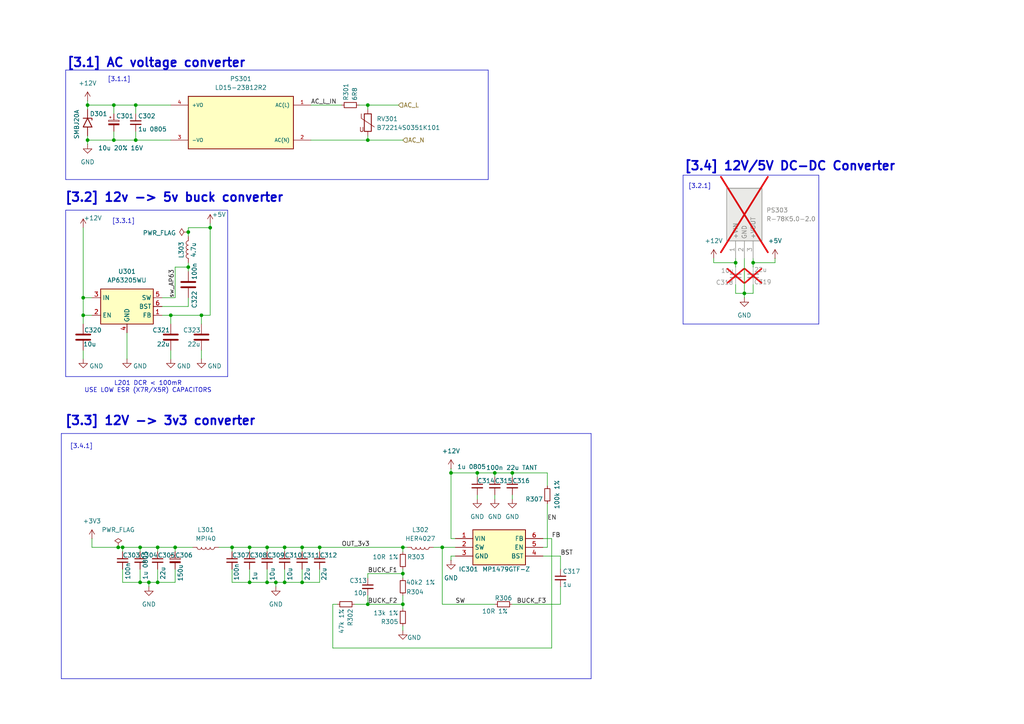
<source format=kicad_sch>
(kicad_sch (version 20231120) (generator "eeschema") (generator_version "8.0")
  (paper "A4")
  (title_block (title "SwitchSystemAddOn") (date "2024-07-25") (rev "3.3") (company "Gridlinx") (comment 1 "Kenan Kosack Henriksen"))
  (lib_symbols
    (symbol "+12V_1" (power) (pin_numbers hide) (pin_names (offset 0) hide)
      (property "Value" "+12V" (at 0 3.556 0))
      (symbol "+12V_1_0_1"
        (polyline (pts (xy -0.762 1.27) (xy 0 2.54)))
        (polyline (pts (xy 0 0) (xy 0 2.54)))
        (polyline (pts (xy 0 2.54) (xy 0.762 1.27)))
      )
      (symbol "+12V_1_1_1"
        (pin power_in line (at 0 0 90) (length 0) (name "~") (number "1"))
      )
    )
    (symbol "+5V_1" (power) (pin_numbers hide) (pin_names (offset 0) hide)
      (property "Value" "+5V" (at 0 3.556 0))
      (symbol "+5V_1_0_1"
        (polyline (pts (xy -0.762 1.27) (xy 0 2.54)))
        (polyline (pts (xy 0 0) (xy 0 2.54)))
        (polyline (pts (xy 0 2.54) (xy 0.762 1.27)))
      )
      (symbol "+5V_1_1_1"
        (pin power_in line (at 0 0 90) (length 0) (name "~") (number "1"))
      )
    )
    (symbol "Device:C" (pin_numbers hide) (pin_names (offset 0.254))
      (property "Reference" "C" (at 0.635 2.54 0))
      (property "Value" "C" (at 0.635 -2.54 0))
      (symbol "C_0_1"
        (polyline (pts (xy -2.032 -0.762) (xy 2.032 -0.762)) (stroke (width 0.508)))
        (polyline (pts (xy -2.032 0.762) (xy 2.032 0.762)) (stroke (width 0.508)))
      )
      (symbol "C_1_1"
        (pin passive line (at 0 3.81 270) (length 2.794) (name "~") (number "1"))
        (pin passive line (at 0 -3.81 90) (length 2.794) (name "~") (number "2"))
      )
    )
    (symbol "Device:C_Polarized_Small" (pin_numbers hide) (pin_names (offset 0.254) hide)
      (property "Reference" "C" (at 0.254 1.778 0))
      (property "Value" "C_Polarized_Small" (at 0.254 -2.032 0))
      (symbol "C_Polarized_Small_0_1"
        (rectangle (start -1.524 -0.3048) (end 1.524 -0.6858) (fill (type outline)))
        (rectangle (start -1.524 0.6858) (end 1.524 0.3048))
        (polyline (pts (xy -1.27 1.524) (xy -0.762 1.524)))
        (polyline (pts (xy -1.016 1.27) (xy -1.016 1.778)))
      )
      (symbol "C_Polarized_Small_1_1"
        (pin passive line (at 0 2.54 270) (length 1.8542) (name "~") (number "1"))
        (pin passive line (at 0 -2.54 90) (length 1.8542) (name "~") (number "2"))
      )
    )
    (symbol "Device:C_Small" (pin_numbers hide) (pin_names (offset 0.254) hide)
      (property "Reference" "C" (at 0.254 1.778 0))
      (property "Value" "C_Small" (at 0.254 -2.032 0))
      (symbol "C_Small_0_1"
        (polyline (pts (xy -1.524 -0.508) (xy 1.524 -0.508)) (stroke (width 0.3302)))
        (polyline (pts (xy -1.524 0.508) (xy 1.524 0.508)) (stroke (width 0.3048)))
      )
      (symbol "C_Small_1_1"
        (pin passive line (at 0 2.54 270) (length 2.032) (name "~") (number "1"))
        (pin passive line (at 0 -2.54 90) (length 2.032) (name "~") (number "2"))
      )
    )
    (symbol "Device:L" (pin_numbers hide) (pin_names (offset 1.016) hide)
      (property "Reference" "L" (at -1.27 0 90))
      (property "Value" "L" (at 1.905 0 90))
      (symbol "L_0_1"
        (arc (start 0 -2.54) (mid 0.6323 -1.905) (end 0 -1.27))
        (arc (start 0 -1.27) (mid 0.6323 -0.635) (end 0 0))
        (arc (start 0 0) (mid 0.6323 0.635) (end 0 1.27))
        (arc (start 0 1.27) (mid 0.6323 1.905) (end 0 2.54))
      )
      (symbol "L_1_1"
        (pin passive line (at 0 3.81 270) (length 1.27) (name "1") (number "1"))
        (pin passive line (at 0 -3.81 90) (length 1.27) (name "2") (number "2"))
      )
    )
    (symbol "Device:R_Small" (pin_numbers hide) (pin_names (offset 0.254) hide)
      (property "Reference" "R" (at 0.762 0.508 0))
      (property "Value" "R_Small" (at 0.762 -1.016 0))
      (symbol "R_Small_0_1"
        (rectangle (start -0.762 1.778) (end 0.762 -1.778) (stroke (width 0.2032)))
      )
      (symbol "R_Small_1_1"
        (pin passive line (at 0 2.54 270) (length 0.762) (name "~") (number "1"))
        (pin passive line (at 0 -2.54 90) (length 0.762) (name "~") (number "2"))
      )
    )
    (symbol "Device:Varistor" (pin_numbers hide) (pin_names (offset 0))
      (property "Reference" "RV" (at 3.175 0 90))
      (property "Value" "Varistor" (at -3.175 0 90))
      (symbol "Varistor_0_0"
        (text "U" (at -1.778 -2.032 0) (effects (font (size 1.27 1.27))))
      )
      (symbol "Varistor_0_1"
        (rectangle (start -1.016 -2.54) (end 1.016 2.54) (stroke (width 0.254)))
        (polyline (pts (xy -1.905 2.54) (xy -1.905 1.27) (xy 1.905 -1.27)))
      )
      (symbol "Varistor_1_1"
        (pin passive line (at 0 3.81 270) (length 1.27) (name "~") (number "1"))
        (pin passive line (at 0 -3.81 90) (length 1.27) (name "~") (number "2"))
      )
    )
    (symbol "Diode:1.5KExxA" (pin_numbers hide) (pin_names (offset 1.016) hide)
      (property "Reference" "D" (at 0 2.54 0))
      (property "Value" "1.5KExxA" (at 0 -2.54 0))
      (symbol "1.5KExxA_0_1"
        (polyline (pts (xy -0.762 1.27) (xy -1.27 1.27) (xy -1.27 -1.27)) (stroke (width 0.254)))
        (polyline (pts (xy 1.27 1.27) (xy 1.27 -1.27) (xy -1.27 0) (xy 1.27 1.27)) (stroke (width 0.254)))
      )
      (symbol "1.5KExxA_1_1"
        (pin passive line (at -3.81 0 0) (length 2.54) (name "A1") (number "1"))
        (pin passive line (at 3.81 0 180) (length 2.54) (name "A2") (number "2"))
      )
    )
    (symbol "GND_1" (power) (pin_numbers hide) (pin_names (offset 0) hide)
      (property "Value" "GND" (at 0 -3.81 0))
      (symbol "GND_1_0_1"
        (polyline (pts (xy 0 0) (xy 0 -1.27) (xy 1.27 -1.27) (xy 0 -2.54) (xy -1.27 -1.27) (xy 0 -1.27)))
      )
      (symbol "GND_1_1_1"
        (pin power_in line (at 0 0 270) (length 0) (name "~") (number "1"))
      )
    )
    (symbol "LD15-23B12R2:LD15-23B12R2" (pin_names (offset 1.016))
      (property "Reference" "PS3" (at 0 12.7 0))
      (property "Value" "LD15-23B12R2" (at 0 10.16 0))
      (symbol "LD15-23B12R2_0_0"
        (rectangle (start -15.24 -7.62) (end 15.24 7.62) (stroke (width 0.254)) (fill (type background)))
        (pin input line (at -20.32 5.08 0) (length 5.08) (name "AC(L)") (number "1"))
        (pin input line (at -20.32 -5.08 0) (length 5.08) (name "AC(N)") (number "2"))
      )
      (symbol "LD15-23B12R2_1_0"
        (pin power_out line (at 20.32 -5.08 180) (length 5.08) (name "-VO") (number "3"))
        (pin power_out line (at 20.32 5.08 180) (length 5.08) (name "+VO") (number "4"))
      )
    )
    (symbol "MP1479GTF-Z:MP1479GTF-Z"
      (property "Reference" "IC" (at 21.59 7.62 0))
      (property "Value" "MP1479GTF-Z" (at 21.59 5.08 0))
      (symbol "MP1479GTF-Z_1_1"
        (rectangle (start 5.08 2.54) (end 20.32 -7.62) (stroke (width 0.254)) (fill (type background)))
        (pin passive line (at 0 0 0) (length 5.08) (name "VIN") (number "1"))
        (pin passive line (at 0 -2.54 0) (length 5.08) (name "SW") (number "2"))
        (pin passive line (at 0 -5.08 0) (length 5.08) (name "GND") (number "3"))
        (pin passive line (at 25.4 -5.08 180) (length 5.08) (name "BST") (number "4"))
        (pin passive line (at 25.4 -2.54 180) (length 5.08) (name "EN") (number "5"))
        (pin passive line (at 25.4 0 180) (length 5.08) (name "FB") (number "6"))
      )
    )
    (symbol "R-78K5_0-2_0:R-78K5.0-2.0"
      (property "Reference" "PS" (at 21.59 7.62 0))
      (property "Value" "R-78K5.0-2.0" (at 21.59 5.08 0))
      (symbol "R-78K5.0-2.0_1_1"
        (rectangle (start 5.08 2.54) (end 20.32 -7.62) (stroke (width 0.254)) (fill (type background)))
        (pin passive line (at 0 0 0) (length 5.08) (name "+VIN") (number "1"))
        (pin passive line (at 0 -2.54 0) (length 5.08) (name "GND") (number "2"))
        (pin passive line (at 0 -5.08 0) (length 5.08) (name "+VOUT") (number "3"))
      )
    )
    (symbol "Regulator_Switching:AP63205WU"
      (property "Reference" "U" (at -7.62 6.35 0))
      (property "Value" "AP63205WU" (at 2.54 6.35 0))
      (symbol "AP63205WU_0_1"
        (rectangle (start -7.62 5.08) (end 7.62 -5.08) (stroke (width 0.254)) (fill (type background)))
      )
      (symbol "AP63205WU_1_1"
        (pin input line (at 10.16 -2.54 180) (length 2.54) (name "FB") (number "1"))
        (pin input line (at -10.16 -2.54 0) (length 2.54) (name "EN") (number "2"))
        (pin power_in line (at -10.16 2.54 0) (length 2.54) (name "IN") (number "3"))
        (pin power_in line (at 0 -7.62 90) (length 2.54) (name "GND") (number "4"))
        (pin output line (at 10.16 2.54 180) (length 2.54) (name "SW") (number "5"))
        (pin passive line (at 10.16 0 180) (length 2.54) (name "BST") (number "6"))
      )
    )
    (symbol "power:+3V3" (power) (pin_numbers hide) (pin_names (offset 0) hide)
      (property "Value" "+3V3" (at 0 3.556 0))
      (symbol "+3V3_0_1"
        (polyline (pts (xy -0.762 1.27) (xy 0 2.54)))
        (polyline (pts (xy 0 0) (xy 0 2.54)))
        (polyline (pts (xy 0 2.54) (xy 0.762 1.27)))
      )
      (symbol "+3V3_1_1"
        (pin power_in line (at 0 0 90) (length 0) (name "~") (number "1"))
      )
    )
    (symbol "power:PWR_FLAG" (power) (pin_numbers hide) (pin_names (offset 0) hide)
      (property "Value" "PWR_FLAG" (at 0 3.81 0))
      (symbol "PWR_FLAG_0_0"
        (pin power_out line (at 0 0 90) (length 0) (name "~") (number "1"))
      )
      (symbol "PWR_FLAG_0_1"
        (polyline (pts (xy 0 0) (xy 0 1.27) (xy -1.016 1.905) (xy 0 2.54) (xy 1.016 1.905) (xy 0 1.27)))
      )
    )
  )
  (junction (at 33.02 30.48))
  (junction (at 40.64 168.91))
  (junction (at 87.63 158.75))
  (junction (at 39.37 30.48))
  (junction (at 43.18 168.91))
  (junction (at 33.02 40.64))
  (junction (at 49.53 91.44))
  (junction (at 82.55 168.91))
  (junction (at 92.71 158.75))
  (junction (at 215.9 85.09))
  (junction (at 106.68 30.48))
  (junction (at 128.27 158.75))
  (junction (at 77.47 168.91))
  (junction (at 87.63 168.91))
  (junction (at 25.4 40.64))
  (junction (at 130.81 137.16))
  (junction (at 72.39 158.75))
  (junction (at 45.72 168.91))
  (junction (at 218.44 76.2))
  (junction (at 106.68 40.64))
  (junction (at 116.84 158.75))
  (junction (at 54.61 67.31))
  (junction (at 60.96 66.04))
  (junction (at 50.8 158.75))
  (junction (at 24.13 91.44))
  (junction (at 116.84 166.37))
  (junction (at 77.47 158.75))
  (junction (at 45.72 158.75))
  (junction (at 106.68 175.26))
  (junction (at 213.36 76.2))
  (junction (at 24.13 86.36))
  (junction (at 54.61 77.47))
  (junction (at 67.31 158.75))
  (junction (at 35.56 158.75))
  (junction (at 40.64 158.75))
  (junction (at 143.51 137.16))
  (junction (at 116.84 175.26))
  (junction (at 138.43 137.16))
  (junction (at 25.4 30.48))
  (junction (at 82.55 158.75))
  (junction (at 39.37 40.64))
  (junction (at 58.42 91.44))
  (junction (at 34.29 158.75))
  (junction (at 72.39 168.91))
  (junction (at 80.01 168.91))
  (junction (at 148.59 137.16))
  (wire (pts (xy 77.47 168.91) (xy 80.01 168.91)))
  (wire (pts (xy 106.68 31.75) (xy 106.68 30.48)))
  (wire (pts (xy 72.39 165.1) (xy 72.39 168.91)))
  (wire (pts (xy 148.59 175.26) (xy 162.56 175.26)))
  (wire (pts (xy 87.63 160.02) (xy 87.63 158.75)))
  (wire (pts (xy 40.64 168.91) (xy 43.18 168.91)))
  (wire (pts (xy 39.37 40.64) (xy 49.53 40.64)))
  (wire (pts (xy 24.13 101.6) (xy 24.13 104.14)))
  (wire (pts (xy 128.27 158.75) (xy 132.08 158.75)))
  (wire (pts (xy 138.43 143.51) (xy 138.43 144.78)))
  (wire (pts (xy 82.55 165.1) (xy 82.55 168.91)))
  (wire (pts (xy 130.81 156.21) (xy 132.08 156.21)))
  (wire (pts (xy 45.72 158.75) (xy 45.72 160.02)))
  (wire (pts (xy 104.14 30.48) (xy 106.68 30.48)))
  (wire (pts (xy 60.96 66.04) (xy 60.96 91.44)))
  (wire (pts (xy 45.72 168.91) (xy 43.18 168.91)))
  (wire (pts (xy 54.61 76.2) (xy 54.61 77.47)))
  (wire (pts (xy 25.4 31.75) (xy 25.4 30.48)))
  (wire (pts (xy 34.29 158.75) (xy 35.56 158.75)))
  (wire (pts (xy 213.36 74.93) (xy 213.36 76.2)))
  (wire (pts (xy 46.99 91.44) (xy 49.53 91.44)))
  (wire (pts (xy 106.68 40.64) (xy 106.68 39.37)))
  (wire (pts (xy 213.36 82.55) (xy 213.36 85.09)))
  (wire (pts (xy 82.55 168.91) (xy 80.01 168.91)))
  (polyline (pts (xy 17.78 125.73) (xy 171.45 125.73)))
  (wire (pts (xy 35.56 158.75) (xy 40.64 158.75)))
  (wire (pts (xy 67.31 160.02) (xy 67.31 158.75)))
  (wire (pts (xy 218.44 74.93) (xy 218.44 76.2)))
  (wire (pts (xy 54.61 77.47) (xy 54.61 78.74)))
  (wire (pts (xy 24.13 93.98) (xy 24.13 91.44)))
  (wire (pts (xy 46.99 86.36) (xy 50.8 86.36)))
  (wire (pts (xy 96.52 187.96) (xy 96.52 175.26)))
  (wire (pts (xy 40.64 158.75) (xy 40.64 160.02)))
  (wire (pts (xy 87.63 168.91) (xy 82.55 168.91)))
  (polyline (pts (xy 17.78 125.73) (xy 17.78 196.85)))
  (wire (pts (xy 72.39 168.91) (xy 77.47 168.91)))
  (wire (pts (xy 157.48 158.75) (xy 158.75 158.75)))
  (wire (pts (xy 35.56 158.75) (xy 35.56 160.02)))
  (wire (pts (xy 106.68 40.64) (xy 116.84 40.64)))
  (wire (pts (xy 130.81 161.29) (xy 130.81 162.56)))
  (wire (pts (xy 218.44 76.2) (xy 224.79 76.2)))
  (wire (pts (xy 40.64 158.75) (xy 45.72 158.75)))
  (wire (pts (xy 46.99 88.9) (xy 54.61 88.9)))
  (wire (pts (xy 102.87 175.26) (xy 106.68 175.26)))
  (wire (pts (xy 67.31 165.1) (xy 67.31 168.91)))
  (wire (pts (xy 33.02 30.48) (xy 39.37 30.48)))
  (wire (pts (xy 58.42 91.44) (xy 58.42 93.98)))
  (wire (pts (xy 25.4 30.48) (xy 33.02 30.48)))
  (wire (pts (xy 39.37 30.48) (xy 49.53 30.48)))
  (wire (pts (xy 54.61 66.04) (xy 54.61 67.31)))
  (wire (pts (xy 67.31 168.91) (xy 72.39 168.91)))
  (wire (pts (xy 148.59 137.16) (xy 148.59 138.43)))
  (polyline (pts (xy 19.05 60.96) (xy 66.04 60.96)))
  (wire (pts (xy 33.02 40.64) (xy 39.37 40.64)))
  (wire (pts (xy 138.43 137.16) (xy 143.51 137.16)))
  (wire (pts (xy 35.56 168.91) (xy 40.64 168.91)))
  (wire (pts (xy 116.84 158.75) (xy 116.84 160.02)))
  (polyline (pts (xy 198.12 50.8) (xy 198.12 93.98)))
  (wire (pts (xy 26.67 158.75) (xy 34.29 158.75)))
  (wire (pts (xy 116.84 175.26) (xy 116.84 176.53)))
  (wire (pts (xy 49.53 101.6) (xy 49.53 104.14)))
  (wire (pts (xy 92.71 160.02) (xy 92.71 158.75)))
  (wire (pts (xy 157.48 156.21) (xy 160.02 156.21)))
  (wire (pts (xy 72.39 160.02) (xy 72.39 158.75)))
  (wire (pts (xy 218.44 76.2) (xy 218.44 77.47)))
  (wire (pts (xy 213.36 85.09) (xy 215.9 85.09)))
  (wire (pts (xy 160.02 187.96) (xy 96.52 187.96)))
  (wire (pts (xy 49.53 91.44) (xy 58.42 91.44)))
  (wire (pts (xy 106.68 30.48) (xy 115.57 30.48)))
  (wire (pts (xy 36.83 96.52) (xy 36.83 104.14)))
  (wire (pts (xy 80.01 168.91) (xy 80.01 170.18)))
  (wire (pts (xy 106.68 175.26) (xy 116.84 175.26)))
  (wire (pts (xy 130.81 137.16) (xy 130.81 156.21)))
  (wire (pts (xy 54.61 66.04) (xy 60.96 66.04)))
  (wire (pts (xy 24.13 86.36) (xy 26.67 86.36)))
  (wire (pts (xy 96.52 175.26) (xy 97.79 175.26)))
  (wire (pts (xy 40.64 165.1) (xy 40.64 168.91)))
  (polyline (pts (xy 17.78 196.85) (xy 171.45 196.85)))
  (wire (pts (xy 90.17 40.64) (xy 106.68 40.64)))
  (wire (pts (xy 72.39 158.75) (xy 77.47 158.75)))
  (wire (pts (xy 45.72 165.1) (xy 45.72 168.91)))
  (wire (pts (xy 158.75 137.16) (xy 158.75 140.97)))
  (wire (pts (xy 26.67 156.21) (xy 26.67 158.75)))
  (wire (pts (xy 116.84 172.72) (xy 116.84 175.26)))
  (wire (pts (xy 24.13 91.44) (xy 24.13 86.36)))
  (wire (pts (xy 215.9 74.93) (xy 215.9 85.09)))
  (wire (pts (xy 224.79 74.93) (xy 224.79 76.2)))
  (wire (pts (xy 158.75 146.05) (xy 158.75 158.75)))
  (wire (pts (xy 143.51 175.26) (xy 128.27 175.26)))
  (wire (pts (xy 77.47 158.75) (xy 82.55 158.75)))
  (wire (pts (xy 25.4 40.64) (xy 33.02 40.64)))
  (wire (pts (xy 49.53 91.44) (xy 49.53 93.98)))
  (wire (pts (xy 60.96 64.77) (xy 60.96 66.04)))
  (wire (pts (xy 25.4 29.21) (xy 25.4 30.48)))
  (wire (pts (xy 87.63 158.75) (xy 92.71 158.75)))
  (wire (pts (xy 138.43 137.16) (xy 138.43 138.43)))
  (wire (pts (xy 148.59 137.16) (xy 158.75 137.16)))
  (wire (pts (xy 54.61 67.31) (xy 54.61 68.58)))
  (polyline (pts (xy 237.49 93.98) (xy 237.49 50.8)))
  (wire (pts (xy 58.42 101.6) (xy 58.42 104.14)))
  (polyline (pts (xy 19.05 109.22) (xy 66.04 109.22)))
  (wire (pts (xy 215.9 85.09) (xy 215.9 86.36)))
  (wire (pts (xy 162.56 161.29) (xy 162.56 165.1)))
  (wire (pts (xy 24.13 91.44) (xy 26.67 91.44)))
  (wire (pts (xy 54.61 86.36) (xy 54.61 88.9)))
  (polyline (pts (xy 19.05 52.07) (xy 141.605 52.07)))
  (wire (pts (xy 218.44 82.55) (xy 218.44 85.09)))
  (polyline (pts (xy 19.05 60.96) (xy 19.05 109.22)))
  (wire (pts (xy 130.81 135.89) (xy 130.81 137.16)))
  (wire (pts (xy 116.84 181.61) (xy 116.84 182.88)))
  (wire (pts (xy 67.31 158.75) (xy 72.39 158.75)))
  (wire (pts (xy 213.36 76.2) (xy 207.01 76.2)))
  (wire (pts (xy 92.71 158.75) (xy 116.84 158.75)))
  (wire (pts (xy 87.63 165.1) (xy 87.63 168.91)))
  (wire (pts (xy 128.27 175.26) (xy 128.27 158.75)))
  (wire (pts (xy 55.88 158.75) (xy 50.8 158.75)))
  (wire (pts (xy 118.11 158.75) (xy 116.84 158.75)))
  (wire (pts (xy 39.37 38.1) (xy 39.37 40.64)))
  (wire (pts (xy 50.8 168.91) (xy 45.72 168.91)))
  (wire (pts (xy 116.84 166.37) (xy 106.68 166.37)))
  (wire (pts (xy 143.51 143.51) (xy 143.51 144.78)))
  (wire (pts (xy 82.55 160.02) (xy 82.55 158.75)))
  (wire (pts (xy 50.8 77.47) (xy 50.8 86.36)))
  (wire (pts (xy 35.56 165.1) (xy 35.56 168.91)))
  (wire (pts (xy 92.71 165.1) (xy 92.71 168.91)))
  (wire (pts (xy 92.71 168.91) (xy 87.63 168.91)))
  (wire (pts (xy 43.18 168.91) (xy 43.18 170.18)))
  (wire (pts (xy 148.59 143.51) (xy 148.59 144.78)))
  (wire (pts (xy 25.4 41.91) (xy 25.4 40.64)))
  (wire (pts (xy 106.68 166.37) (xy 106.68 167.64)))
  (wire (pts (xy 106.68 172.72) (xy 106.68 175.26)))
  (wire (pts (xy 45.72 158.75) (xy 50.8 158.75)))
  (polyline (pts (xy 198.12 93.98) (xy 237.49 93.98)))
  (polyline (pts (xy 19.05 20.32) (xy 19.05 52.07)))
  (wire (pts (xy 39.37 33.02) (xy 39.37 30.48)))
  (wire (pts (xy 143.51 137.16) (xy 148.59 137.16)))
  (wire (pts (xy 116.84 166.37) (xy 116.84 167.64)))
  (wire (pts (xy 160.02 156.21) (xy 160.02 187.96)))
  (wire (pts (xy 77.47 165.1) (xy 77.47 168.91)))
  (wire (pts (xy 125.73 158.75) (xy 128.27 158.75)))
  (wire (pts (xy 63.5 158.75) (xy 67.31 158.75)))
  (wire (pts (xy 207.01 76.2) (xy 207.01 74.93)))
  (wire (pts (xy 24.13 66.04) (xy 24.13 86.36)))
  (wire (pts (xy 77.47 160.02) (xy 77.47 158.75)))
  (wire (pts (xy 218.44 85.09) (xy 215.9 85.09)))
  (wire (pts (xy 162.56 175.26) (xy 162.56 170.18)))
  (wire (pts (xy 50.8 165.1) (xy 50.8 168.91)))
  (wire (pts (xy 33.02 38.1) (xy 33.02 40.64)))
  (polyline (pts (xy 66.04 109.22) (xy 66.04 60.96)))
  (wire (pts (xy 116.84 165.1) (xy 116.84 166.37)))
  (wire (pts (xy 60.96 91.44) (xy 58.42 91.44)))
  (wire (pts (xy 90.17 30.48) (xy 99.06 30.48)))
  (wire (pts (xy 50.8 77.47) (xy 54.61 77.47)))
  (polyline (pts (xy 171.45 196.85) (xy 171.45 125.73)))
  (wire (pts (xy 25.4 39.37) (xy 25.4 40.64)))
  (wire (pts (xy 143.51 137.16) (xy 143.51 138.43)))
  (polyline (pts (xy 198.12 50.8) (xy 237.49 50.8)))
  (polyline (pts (xy 141.605 20.32) (xy 19.05 20.32)))
  (polyline (pts (xy 141.605 52.07) (xy 141.605 20.32)))
  (wire (pts (xy 157.48 161.29) (xy 162.56 161.29)))
  (wire (pts (xy 82.55 158.75) (xy 87.63 158.75)))
  (wire (pts (xy 130.81 137.16) (xy 138.43 137.16)))
  (wire (pts (xy 33.02 30.48) (xy 33.02 33.02)))
  (wire (pts (xy 132.08 161.29) (xy 130.81 161.29)))
  (wire (pts (xy 50.8 158.75) (xy 50.8 160.02)))
  (wire (pts (xy 213.36 76.2) (xy 213.36 77.47)))
  (text "[3.2] 12v -> 5v buck converter" (at 50.546 57.404 0) (effects (font (size 2.54 2.54) (thickness 0.508) (bold yes))))
  (text "[3.1.1]" (at 34.544 23.114 0) (effects (font (size 1.27 1.27))))
  (text "[3.2.1]" (at 202.946 54.102 0) (effects (font (size 1.27 1.27))))
  (text "L201 DCR < 100mR\nUSE LOW ESR (X7R/X5R) CAPACITORS" (at 42.926 112.268 0) (effects (font (size 1.27 1.27))))
  (text "[3.3] 12V -> 3v3 converter" (at 46.482 122.174 0) (effects (font (size 2.54 2.54) (thickness 0.508) (bold yes))))
  (text "[3.4.1]" (at 23.622 129.54 0) (effects (font (size 1.27 1.27))))
  (text "[3.4] 12V/5V DC-DC Converter" (at 198.374 49.784 0) (effects (font (size 2.54 2.54) (thickness 0.508) (bold yes)) (justify left bottom)))
  (text "[3.3.1]" (at 35.814 64.262 0) (effects (font (size 1.27 1.27))))
  (text "[3.1] AC voltage converter" (at 19.304 19.812 0) (effects (font (size 2.54 2.54) (thickness 0.508) (bold yes)) (justify left bottom)))
  (label "BUCK_F3" (at 149.86 175.26 0))
  (label "OUT_3v3" (at 99.06 158.75 0))
  (label "BUCK_F1" (at 106.68 166.37 0))
  (label "AC_L_IN" (at 90.17 30.48 0))
  (label "SW" (at 132.08 175.26 0))
  (label "BST" (at 162.56 161.29 0))
  (label "BUCK_F2" (at 106.68 175.26 0))
  (label "EN" (at 158.75 151.13 0))
  (label "FB" (at 160.02 156.21 0))
  (label "sw_AP63" (at 50.8 86.36 90))
  (hierarchical_label "AC_N" (shape input) (at 116.84 40.64 0))
  (hierarchical_label "AC_L" (shape input) (at 115.57 30.48 0))
  (symbol (lib_id "Device:C_Small") (at 39.37 35.56 0) (unit 1)
    (property "Reference" "C302" (at 40.005 33.655 0) (effects (justify left)))
    (property "Value" "1u 0805" (at 40.005 37.465 0) (effects (justify left)))
    (property "Footprint" "Capacitor_SMD:C_0805_2012Metric" (effects (hide yes)))
    (property "Description" "1u X7R 25V 0805" (effects (hide yes)))
    (property "Supplier link" "~ " (effects (hide yes)))
    (property "Generic" "Yes" (effects (hide yes)))
  )
  (symbol (lib_id "Device:R_Small") (at 146.05 175.26 90) (unit 1)
    (property "Reference" "R306" (at 148.59 173.482 90) (effects (justify left)))
    (property "Value" "10R 1%" (at 147.32 177.292 90) (effects (justify left)))
    (property "Footprint" "Resistor_SMD:R_0402_1005Metric" (effects (hide yes)))
    (property "Description" "10 OHM 1% 1/16W 0402" (effects (hide yes)))
    (property "Supplier link" "~ " (effects (hide yes)))
    (property "Generic" "Yes" (effects (hide yes)))
    (property "Manufacturer_Name" "~ " (effects (hide yes)))
    (property "Manufacturer_Part_Number" "~ " (effects (hide yes)))
  )
  (symbol (lib_id "Device:C_Small") (at 72.39 162.56 0) (unit 1)
    (property "Reference" "C308" (at 72.39 161.036 0) (effects (justify left)))
    (property "Value" "1u" (at 73.914 168.402 90) (effects (justify left)))
    (property "Footprint" "Capacitor_SMD:C_0402_1005Metric" (effects (hide yes)))
    (property "Description" "1u 25V X7R 0402" (effects (hide yes)))
    (property "Supplier link" "~ " (effects (hide yes)))
    (property "Generic" "Yes" (effects (hide yes)))
  )
  (symbol (lib_id "Device:C_Small") (at 35.56 162.56 0) (unit 1)
    (property "Reference" "C303" (at 35.56 161.036 0) (effects (justify left)))
    (property "Value" "100n" (at 37.084 168.148 90) (effects (justify left)))
    (property "Footprint" "Capacitor_SMD:C_0402_1005Metric" (effects (hide yes)))
    (property "Description" "100n X7R 25V 0402" (effects (hide yes)))
    (property "Generic" "Yes" (effects (hide yes)))
    (property "Supplier link" "~ " (effects (hide yes)))
  )
  (symbol (lib_name "GND_1") (lib_id "power:GND") (at 148.59 144.78 0) (unit 1)
    (property "Reference" "#PWR0311" (effects (hide yes)))
    (property "Value" "GND" (at 148.59 149.86 0))
    (property "Description" "Power symbol creates a global label with name \"GND\" , ground" (effects (hide yes)))
  )
  (symbol (lib_name "GND_1") (lib_id "power:GND") (at 58.42 104.14 0) (unit 1)
    (property "Reference" "#PWR0319" (effects (hide yes)))
    (property "Value" "GND" (at 62.23 106.172 0))
    (property "Description" "Power symbol creates a global label with name \"GND\" , ground" (effects (hide yes)))
  )
  (symbol (lib_id "Device:C_Small") (at 218.44 80.01 180) (unit 1) (dnp yes)
    (property "Reference" "C319" (at 223.774 81.788 0) (effects (justify left)))
    (property "Value" "22u" (at 222.504 78.232 0) (effects (justify left)))
    (property "Footprint" "Capacitor_SMD:C_0805_2012Metric" (effects (hide yes)))
    (property "Description" "22u X5R 16V 0805" (effects (hide yes)))
    (property "Supplier link" "~ " (effects (hide yes)))
    (property "Generic" "Yes" (effects (hide yes)))
  )
  (symbol (lib_id "Device:C_Small") (at 87.63 162.56 0) (unit 1)
    (property "Reference" "C311" (at 87.63 161.036 0) (effects (justify left)))
    (property "Value" "22u" (at 89.154 168.402 90) (effects (justify left)))
    (property "Footprint" "Capacitor_SMD:C_0805_2012Metric" (effects (hide yes)))
    (property "Description" "22u X5R 16V 0805" (effects (hide yes)))
    (property "Supplier link" "~ " (effects (hide yes)))
    (property "Generic" "Yes" (effects (hide yes)))
  )
  (symbol (lib_name "GND_1") (lib_id "power:GND") (at 24.13 104.14 0) (unit 1)
    (property "Reference" "#PWR0316" (effects (hide yes)))
    (property "Value" "GND" (at 27.94 106.172 0))
    (property "Description" "Power symbol creates a global label with name \"GND\" , ground" (effects (hide yes)))
  )
  (symbol (lib_name "+12V_1") (lib_id "power:+12V") (at 24.13 66.04 0) (unit 1)
    (property "Reference" "#PWR0315" (effects (hide yes)))
    (property "Value" "+12V" (at 26.924 63.246 0))
    (property "Description" "Power symbol creates a global label with name \"+12V\"" (effects (hide yes)))
  )
  (symbol (lib_name "GND_1") (lib_id "power:GND") (at 80.01 170.18 0) (unit 1)
    (property "Reference" "#PWR0305" (effects (hide yes)))
    (property "Value" "GND" (at 80.01 175.26 0))
    (property "Description" "Power symbol creates a global label with name \"GND\" , ground" (effects (hide yes)))
  )
  (symbol (lib_id "Device:R_Small") (at 116.84 162.56 180) (unit 1)
    (property "Reference" "R303" (at 123.19 161.544 0) (effects (justify left)))
    (property "Value" "10R 1%" (at 115.57 161.544 0) (effects (justify left)))
    (property "Footprint" "Resistor_SMD:R_0402_1005Metric" (effects (hide yes)))
    (property "Description" "10 OHM 1% 1/16W 0402" (effects (hide yes)))
    (property "Supplier link" "~ " (effects (hide yes)))
    (property "Generic" "Yes" (effects (hide yes)))
    (property "Manufacturer_Name" "~ " (effects (hide yes)))
    (property "Manufacturer_Part_Number" "~ " (effects (hide yes)))
  )
  (symbol (lib_name "GND_1") (lib_id "power:GND") (at 116.84 182.88 0) (unit 1)
    (property "Reference" "#PWR0306" (effects (hide yes)))
    (property "Value" "GND" (at 120.142 184.912 0))
    (property "Description" "Power symbol creates a global label with name \"GND\" , ground" (effects (hide yes)))
  )
  (symbol (lib_id "Device:L") (at 121.92 158.75 270) (unit 1)
    (property "Reference" "L302" (at 121.92 153.67 90))
    (property "Value" "HER4027" (at 121.92 156.21 90))
    (property "Footprint" "HER4027-100M:HER4027-100M" (effects (hide yes)))
    (property "Description" "HER4027-100M-R" (effects (hide yes)))
    (property "Supplier link" "https://www.codico.com/en/her4027-100m-r" (effects (hide yes)))
    (property "Generic" "No" (effects (hide yes)))
    (property "Manufacturer_Name" "SAGAMI" (effects (hide yes)))
    (property "Manufacturer_Part_Number" "269533" (effects (hide yes)))
  )
  (symbol (lib_name "GND_1") (lib_id "power:GND") (at 36.83 104.14 0) (unit 1)
    (property "Reference" "#PWR0317" (effects (hide yes)))
    (property "Value" "GND" (at 40.64 106.172 0))
    (property "Description" "Power symbol creates a global label with name \"GND\" , ground" (effects (hide yes)))
  )
  (symbol (lib_id "Device:C_Small") (at 40.64 162.56 0) (unit 1)
    (property "Reference" "C304" (at 40.64 161.036 0) (effects (justify left)))
    (property "Value" "1u 0805" (at 42.164 168.148 90) (effects (justify left)))
    (property "Footprint" "Capacitor_SMD:C_0805_2012Metric" (effects (hide yes)))
    (property "Description" "1u X7R 25V 0805" (effects (hide yes)))
    (property "Supplier link" "~ " (effects (hide yes)))
    (property "Generic" "Yes" (effects (hide yes)))
  )
  (symbol (lib_id "Device:C") (at 54.61 82.55 0) (unit 1)
    (property "Reference" "C322" (at 56.388 84.328 90) (effects (justify right)))
    (property "Value" "100n" (at 56.388 76.2 90) (effects (justify right)))
    (property "Footprint" "Capacitor_SMD:C_0805_2012Metric" (effects (hide yes)))
    (property "Description" "100n X7R 25V 0402" (effects (hide yes)))
    (property "Generic" "Yes" (effects (hide yes)))
    (property "Supplier link" "~ " (effects (hide yes)))
  )
  (symbol (lib_id "power:PWR_FLAG") (at 34.29 158.75 0) (unit 1)
    (property "Reference" "#FLG0301" (effects (hide yes)))
    (property "Value" "PWR_FLAG" (at 34.29 153.67 0))
    (property "Description" "Special symbol for telling ERC where power comes from" (effects (hide yes)))
  )
  (symbol (lib_id "Device:L") (at 54.61 72.39 180) (unit 1)
    (property "Reference" "L303" (at 52.578 74.93 90) (effects (justify right)))
    (property "Value" "4.7u" (at 56.134 74.676 90) (effects (justify right)))
    (property "Footprint" "Footprints:HCM1A0805-4R7-R" (effects (hide yes)))
    (property "Description" "Inductor" (effects (hide yes)))
  )
  (symbol (lib_name "+12V_1") (lib_id "power:+12V") (at 25.4 29.21 0) (unit 1)
    (property "Reference" "#PWR0301" (effects (hide yes)))
    (property "Value" "+12V" (at 25.4 24.13 0))
    (property "Description" "Power symbol creates a global label with name \"+12V\"" (effects (hide yes)))
  )
  (symbol (lib_id "Device:C_Small") (at 138.43 140.97 0) (unit 1)
    (property "Reference" "C314" (at 138.43 139.446 0) (effects (justify left)))
    (property "Value" "1u 0805" (at 132.588 135.382 0) (effects (justify left)))
    (property "Footprint" "Capacitor_SMD:C_0805_2012Metric" (effects (hide yes)))
    (property "Description" "1u X7R 25V 0805" (effects (hide yes)))
    (property "Supplier link" "~ " (effects (hide yes)))
    (property "Generic" "Yes" (effects (hide yes)))
  )
  (symbol (lib_name "GND_1") (lib_id "power:GND") (at 49.53 104.14 0) (unit 1)
    (property "Reference" "#PWR0318" (effects (hide yes)))
    (property "Value" "GND" (at 53.34 106.172 0))
    (property "Description" "Power symbol creates a global label with name \"GND\" , ground" (effects (hide yes)))
  )
  (symbol (lib_id "Device:C_Small") (at 106.68 170.18 0) (unit 1)
    (property "Reference" "C313" (at 101.346 168.402 0) (effects (justify left)))
    (property "Value" "10p" (at 102.616 171.958 0) (effects (justify left)))
    (property "Footprint" "Capacitor_SMD:C_0402_1005Metric" (effects (hide yes)))
    (property "Description" "10p 50V C0G/NP0 0402" (effects (hide yes)))
    (property "Supplier link" "~ " (effects (hide yes)))
    (property "Generic" "Yes" (effects (hide yes)))
  )
  (symbol (lib_id "Device:R_Small") (at 116.84 170.18 180) (unit 1)
    (property "Reference" "R304" (at 122.936 171.704 0) (effects (justify left)))
    (property "Value" "40k2 1%" (at 126.238 168.91 0) (effects (justify left)))
    (property "Footprint" "Resistor_SMD:R_0402_1005Metric" (effects (hide yes)))
    (property "Description" "40.2K OHM 1% 1/16W 0402" (effects (hide yes)))
    (property "Supplier link" "~ " (effects (hide yes)))
    (property "Generic" "Yes" (effects (hide yes)))
    (property "Manufacturer_Name" "~ " (effects (hide yes)))
    (property "Manufacturer_Part_Number" "~ " (effects (hide yes)))
  )
  (symbol (lib_id "Regulator_Switching:AP63205WU") (at 36.83 88.9 0) (unit 1)
    (property "Reference" "U301" (at 36.83 78.74 0))
    (property "Value" "AP63205WU" (at 36.83 81.28 0))
    (property "Footprint" "Package_TO_SOT_SMD:TSOT-23-6" (effects (hide yes)))
    (property "Datasheet" "https://www.diodes.com/assets/Datasheets/AP63200-AP63201-AP63203-AP63205.pdf" (effects (hide yes)))
    (property "Description" "2A, 1.1MHz Buck DC/DC Converter, fixed 5.0V output voltage, TSOT-23-6" (effects (hide yes)))
  )
  (symbol (lib_id "Device:C_Small") (at 148.59 140.97 0) (unit 1)
    (property "Reference" "C316" (at 148.59 139.446 0) (effects (justify left)))
    (property "Value" "22u TANT" (at 146.812 135.636 0) (effects (justify left)))
    (property "Footprint" "Footprints:CAPPM7343X310N" (effects (hide yes)))
    (property "Description" "CAP TANT 22UF 10% 35V 2917" (effects (hide yes)))
    (property "Supplier link" "https://www.digikey.com/en/products/detail/kemet/T495X226K035ATE300/12546465" (effects (hide yes)))
    (property "Manufacturer_Part_Number" "T495X226K035ATE300" (effects (hide yes)))
    (property "Generic" "Yes" (effects (hide yes)))
    (property "Manufacturer_Name" "KEMET" (effects (hide yes)))
  )
  (symbol (lib_id "Device:C_Small") (at 143.51 140.97 0) (unit 1)
    (property "Reference" "C315" (at 143.51 139.446 0) (effects (justify left)))
    (property "Value" "100n" (at 140.97 135.636 0) (effects (justify left)))
    (property "Footprint" "Capacitor_SMD:C_0402_1005Metric" (effects (hide yes)))
    (property "Description" "100n X7R 25V 0402" (effects (hide yes)))
    (property "Generic" "Yes" (effects (hide yes)))
    (property "Supplier link" "~ " (effects (hide yes)))
  )
  (symbol (lib_name "+5V_1") (lib_id "power:+5V") (at 60.96 64.77 0) (unit 1)
    (property "Reference" "#PWR0320" (effects (hide yes)))
    (property "Value" "+5V" (at 63.5 62.23 0))
    (property "Description" "Power symbol creates a global label with name \"+5V\"" (effects (hide yes)))
  )
  (symbol (lib_id "Device:C_Small") (at 67.31 162.56 0) (unit 1)
    (property "Reference" "C307" (at 67.31 161.036 0) (effects (justify left)))
    (property "Value" "100n" (at 68.58 168.402 90) (effects (justify left)))
    (property "Footprint" "Capacitor_SMD:C_0402_1005Metric" (effects (hide yes)))
    (property "Description" "100n X7R 25V 0402" (effects (hide yes)))
    (property "Generic" "Yes" (effects (hide yes)))
    (property "Supplier link" "~ " (effects (hide yes)))
  )
  (symbol (lib_id "Device:C_Small") (at 92.71 162.56 0) (unit 1)
    (property "Reference" "C312" (at 92.71 161.036 0) (effects (justify left)))
    (property "Value" "22u" (at 93.98 168.402 90) (effects (justify left)))
    (property "Footprint" "Capacitor_SMD:C_0805_2012Metric" (effects (hide yes)))
    (property "Description" "22u X5R 16V 0805" (effects (hide yes)))
    (property "Supplier link" "~ " (effects (hide yes)))
    (property "Generic" "Yes" (effects (hide yes)))
  )
  (symbol (lib_name "GND_1") (lib_id "power:GND") (at 43.18 170.18 0) (unit 1)
    (property "Reference" "#PWR0304" (effects (hide yes)))
    (property "Value" "GND" (at 43.18 175.26 0))
    (property "Description" "Power symbol creates a global label with name \"GND\" , ground" (effects (hide yes)))
  )
  (symbol (lib_id "Device:C") (at 58.42 97.79 180) (unit 1)
    (property "Reference" "C323" (at 53.086 95.758 0) (effects (justify right)))
    (property "Value" "22u" (at 54.356 99.822 0) (effects (justify right)))
    (property "Footprint" "Capacitor_SMD:C_0805_2012Metric" (effects (hide yes)))
    (property "Description" "100n X7R 25V 0402" (effects (hide yes)))
    (property "Generic" "Yes" (effects (hide yes)))
    (property "Supplier link" "~ " (effects (hide yes)))
  )
  (symbol (lib_id "power:+3V3") (at 26.67 156.21 0) (unit 1)
    (property "Reference" "#PWR0303" (effects (hide yes)))
    (property "Value" "+3V3" (at 26.67 151.13 0))
    (property "Description" "Power symbol creates a global label with name \"+3V3\"" (effects (hide yes)))
  )
  (symbol (lib_name "GND_1") (lib_id "power:GND") (at 130.81 162.56 0) (unit 1)
    (property "Reference" "#PWR0308" (effects (hide yes)))
    (property "Value" "GND" (at 130.81 167.64 0))
    (property "Description" "Power symbol creates a global label with name \"GND\" , ground" (effects (hide yes)))
  )
  (symbol (lib_id "Device:R_Small") (at 116.84 179.07 180) (unit 1)
    (property "Reference" "R305" (at 115.57 180.34 0) (effects (justify left)))
    (property "Value" "13k 1%" (at 115.57 177.8 0) (effects (justify left)))
    (property "Footprint" "Resistor_SMD:R_0402_1005Metric" (effects (hide yes)))
    (property "Description" "13K OHM 1% 1/16W 0402" (effects (hide yes)))
    (property "Supplier link" "~ " (effects (hide yes)))
    (property "Generic" "Yes" (effects (hide yes)))
    (property "Manufacturer_Name" "~ " (effects (hide yes)))
    (property "Manufacturer_Part_Number" "~ " (effects (hide yes)))
  )
  (symbol (lib_id "Device:R_Small") (at 101.6 30.48 90) (unit 1)
    (property "Reference" "R301" (at 100.33 29.21 0) (effects (justify left)))
    (property "Value" "6R8" (at 102.87 29.21 0) (effects (justify left)))
    (property "Footprint" "Footprints:RESM17073X710N" (effects (hide yes)))
    (property "Description" "SMQW3W 6R8 5%" (effects (hide yes)))
    (property "Supplier link" "https://www.digikey.dk/en/products/detail/te-connectivity-passive-product/SMQW36R8JT/21316478" (effects (hide yes)))
    (property "Generic" "No" (effects (hide yes)))
    (property "Manufacturer_Name" "TE Connectivity Passive Product" (effects (hide yes)))
    (property "Manufacturer_Part_Number" "SMQW36R8JT" (effects (hide yes)))
  )
  (symbol (lib_id "R-78K5_0-2_0:R-78K5.0-2.0") (at 213.36 74.93 90) (unit 1) (dnp yes)
    (property "Reference" "PS303" (at 222.25 60.9599 90) (effects (justify right)))
    (property "Value" "R-78K5.0-2.0" (at 222.25 63.4999 90) (effects (justify right)))
    (property "Footprint" "Footprints:R78K5020" (effects (hide yes)))
    (property "Datasheet" "https://recom-power.com/pdf/Innoline/R-78K-2.0.pdf" (effects (hide yes)))
    (property "Description" "2.0 Amp SIP3 Single Output" (effects (hide yes)))
    (property "Height" "18" (effects (hide yes)))
    (property "Mouser Part Number" "919-R-78K5.0-2.0" (effects (hide yes)))
    (property "Mouser Price/Stock" "https://www.mouser.co.uk/ProductDetail/RECOM-Power/R-78K5.0-2.0?qs=Jm2GQyTW%2FbifTVVCmPYVtA%3D%3D" (effects (hide yes)))
    (property "Manufacturer_Name" "RECOM Power" (effects (hide yes)))
    (property "Manufacturer_Part_Number" "R-78K5.0-2.0" (effects (hide yes)))
    (property "Generic" "No" (effects (hide yes)))
    (property "Supplier link" "https://www.mouser.dk/ProductDetail/RECOM-Power/R-78K50-20?qs=Jm2GQyTW%2FbifTVVCmPYVtA%3D%3D&utm_id=6470902274&gad_source=1&gclid=CjwKCAjw_ZC2BhAQEiwAXSgClgrOUoYporeRheoaApL8g4-1g_y3gxGQOfQbuTzxR5M2tbHvUGwr1hoCF0wQAvD_BwE" (effects (hide yes)))
  )
  (symbol (lib_id "power:PWR_FLAG") (at 54.61 67.31 90) (unit 1)
    (property "Reference" "#FLG0302" (effects (hide yes)))
    (property "Value" "PWR_FLAG" (at 46.228 67.564 90))
    (property "Description" "Special symbol for telling ERC where power comes from" (effects (hide yes)))
  )
  (symbol (lib_id "Device:C") (at 49.53 97.79 180) (unit 1)
    (property "Reference" "C321" (at 44.196 95.758 0) (effects (justify right)))
    (property "Value" "22u" (at 45.466 99.822 0) (effects (justify right)))
    (property "Footprint" "Capacitor_SMD:C_0805_2012Metric" (effects (hide yes)))
    (property "Description" "100n X7R 25V 0402" (effects (hide yes)))
    (property "Generic" "Yes" (effects (hide yes)))
    (property "Supplier link" "~ " (effects (hide yes)))
  )
  (symbol (lib_id "Device:C_Polarized_Small") (at 33.02 35.56 0) (unit 1)
    (property "Reference" "C301" (at 33.655 33.655 0) (effects (justify left)))
    (property "Value" "10u 20% 16V" (at 28.448 42.926 0) (effects (justify left)))
    (property "Footprint" "EEE-1CA100SR:EEE1AA220WR" (effects (hide yes)))
    (property "Description" "CAP ALUM 10UF 20% 16V SMD" (effects (hide yes)))
    (property "Supplier link" "https://www.digikey.dk/en/products/detail/panasonic-electronic-components/eee-1ca100sr/766045" (effects (hide yes)))
    (property "Generic" "No" (effects (hide yes)))
    (property "Manufacturer_Name" "Panasonic Electronic Components" (effects (hide yes)))
    (property "Manufacturer_Part_Number" "EEE-1CA100SR " (effects (hide yes)))
  )
  (symbol (lib_id "Diode:1.5KExxA") (at 25.4 35.56 270) (unit 1)
    (property "Reference" "D301" (at 26.035 33.02 90) (effects (justify left)))
    (property "Value" "SMBJ20A" (at 22.225 31.75 0) (effects (justify left)))
    (property "Footprint" "Footprints:DIOM5436X261N" (effects (hide yes)))
    (property "Datasheet" "https://www.vishay.com/docs/88301/15ke.pdf" (effects (hide yes)))
    (property "Description" "TVS DIODE 20VWM 32.4VC DO214AA" (effects (hide yes)))
    (property "Supplier link" "https://www.digikey.dk/en/products/detail/littelfuse-inc/SMBJ20A/285988" (effects (hide yes)))
    (property "Generic" "Yes" (effects (hide yes)))
    (property "Manufacturer_Name" "Littelfuse Inc." (effects (hide yes)))
    (property "Manufacturer_Part_Number" "SMBJ20A" (effects (hide yes)))
  )
  (symbol (lib_id "MP1479GTF-Z:MP1479GTF-Z") (at 132.08 156.21 0) (unit 1)
    (property "Reference" "IC301" (at 135.89 165.1 0))
    (property "Value" "MP1479GTF-Z" (at 146.812 165.1 0))
    (property "Footprint" "Footprints:MP1479GTFZ" (effects (hide yes)))
    (property "Datasheet" "https://www.mouser.jp/datasheet/2/277/MP1479-1578710.pdf" (effects (hide yes)))
    (property "Description" "Switching Voltage Regulators 1A, 3.9-18V, 800kHz, High-Efficiency, Synchronous, Step-Down Converter In SOT 563.,vin" (effects (hide yes)))
    (property "Height" "0.6" (effects (hide yes)))
    (property "Mouser Part Number" "946-MP1479GTF-Z" (effects (hide yes)))
    (property "Mouser Price/Stock" "https://www.mouser.co.uk/ProductDetail/Monolithic-Power-Systems-MPS/MP1479GTF-Z?qs=Zz7%252BYVVL6bGk%2F%252B5w%252BBioWg%3D%3D" (effects (hide yes)))
    (property "Manufacturer_Name" "Monolithic Power Systems (MPS)" (effects (hide yes)))
    (property "Manufacturer_Part_Number" "MP1479GTF-Z" (effects (hide yes)))
    (property "Supplier link" "https://www.digikey.dk/en/products/detail/monolithic-power-systems-inc/MP1479GTF-Z/18089864?s=N4IgTCBcDaILIAUCMAWA7ATgOIBUBiAtAFogC6AvkA" (effects (hide yes)))
    (property "Generic" "No" (effects (hide yes)))
  )
  (symbol (lib_id "Device:R_Small") (at 158.75 143.51 180) (unit 1)
    (property "Reference" "R307" (at 157.48 144.78 0) (effects (justify left)))
    (property "Value" "100k 1%" (at 161.544 139.192 90) (effects (justify left)))
    (property "Footprint" "Resistor_SMD:R_0402_1005Metric" (effects (hide yes)))
    (property "Description" "100K OHM 1% 1/16W 0402" (effects (hide yes)))
    (property "Supplier link" "~ " (effects (hide yes)))
    (property "Generic" "Yes" (effects (hide yes)))
    (property "Manufacturer_Name" "~ " (effects (hide yes)))
    (property "Manufacturer_Part_Number" "~ " (effects (hide yes)))
  )
  (symbol (lib_id "Device:C_Polarized_Small") (at 50.8 162.56 0) (unit 1)
    (property "Reference" "C306" (at 50.8 161.036 0) (effects (justify left)))
    (property "Value" "150u" (at 52.324 168.656 90) (effects (justify left)))
    (property "Footprint" "6TPE150MAZB:POSCAP_B1_B1S_B1G_B15G_B2_B2S" (effects (hide yes)))
    (property "Description" "CAP TANT POLY 150UF 6.3V 1411" (effects (hide yes)))
    (property "Supplier link" "https://www.digikey.dk/en/products/detail/panasonic-electronic-components/6TPE150MAZB/4146618?s=N4IgTCBcDaIGwBUAKBRAjAVgAwFkCCAWgEIgC6AvkA" (effects (hide yes)))
    (property "Generic" "No" (effects (hide yes)))
    (property "Manufacturer_Name" "Panasonic Electronic Components" (effects (hide yes)))
    (property "Manufacturer_Part_Number" "6TPE150MAZB" (effects (hide yes)))
  )
  (symbol (lib_name "GND_1") (lib_id "power:GND") (at 25.4 41.91 0) (unit 1)
    (property "Reference" "#PWR0302" (effects (hide yes)))
    (property "Value" "GND" (at 25.4 46.99 0))
    (property "Description" "Power symbol creates a global label with name \"GND\" , ground" (effects (hide yes)))
  )
  (symbol (lib_name "+12V_1") (lib_id "power:+12V") (at 207.01 74.93 0) (unit 1)
    (property "Reference" "#PWR0312" (effects (hide yes)))
    (property "Value" "+12V" (at 207.01 69.85 0))
    (property "Description" "Power symbol creates a global label with name \"+12V\"" (effects (hide yes)))
  )
  (symbol (lib_id "Device:C_Small") (at 45.72 162.56 0) (unit 1)
    (property "Reference" "C305" (at 45.72 161.036 0) (effects (justify left)))
    (property "Value" "22u" (at 47.244 168.148 90) (effects (justify left)))
    (property "Footprint" "Capacitor_SMD:C_0805_2012Metric" (effects (hide yes)))
    (property "Description" "22u X5R 16V 0805" (effects (hide yes)))
    (property "Supplier link" "~ " (effects (hide yes)))
    (property "Generic" "Yes" (effects (hide yes)))
  )
  (symbol (lib_name "GND_1") (lib_id "power:GND") (at 143.51 144.78 0) (unit 1)
    (property "Reference" "#PWR0310" (effects (hide yes)))
    (property "Value" "GND" (at 143.51 149.86 0))
    (property "Description" "Power symbol creates a global label with name \"GND\" , ground" (effects (hide yes)))
  )
  (symbol (lib_id "Device:C_Small") (at 213.36 80.01 180) (unit 1) (dnp yes)
    (property "Reference" "C318" (at 212.725 81.915 0) (effects (justify left)))
    (property "Value" "10u" (at 212.852 78.486 0) (effects (justify left)))
    (property "Footprint" "Capacitor_SMD:C_0805_2012Metric" (effects (hide yes)))
    (property "Description" "10u X7R 16V 0805" (effects (hide yes)))
    (property "Supplier link" "~ " (effects (hide yes)))
    (property "Generic" "Yes" (effects (hide yes)))
  )
  (symbol (lib_id "Device:C_Small") (at 82.55 162.56 0) (unit 1)
    (property "Reference" "C310" (at 82.55 161.036 0) (effects (justify left)))
    (property "Value" "10u" (at 84.074 168.402 90) (effects (justify left)))
    (property "Footprint" "Capacitor_SMD:C_0805_2012Metric" (effects (hide yes)))
    (property "Description" "10u X7R 16V 0805" (effects (hide yes)))
    (property "Supplier link" "~ " (effects (hide yes)))
    (property "Generic" "Yes" (effects (hide yes)))
  )
  (symbol (lib_id "LD15-23B12R2:LD15-23B12R2") (at 69.85 35.56 0) (mirror y) (unit 1)
    (property "Reference" "PS301" (at 69.85 22.86 0))
    (property "Value" "LD15-23B12R2" (at 69.85 25.4 0))
    (property "Footprint" "Footprints:CONV_LD15-23B12R2" (effects (hide yes)))
    (property "Description" "AC/DC PCB Mount Power Supply (PSU), 100 to 430VDC, ITE, Household & Medical, 1 Output, 15 W, 12 VDC" (effects (hide yes)))
    (property "MF" "Mornsun America, LLC" (effects (hide yes)))
    (property "MAXIMUM_PACKAGE_HEIGHT" "24 mm" (effects (hide yes)))
    (property "Package" "CUSTOM-4 MORNSUN" (effects (hide yes)))
    (property "Price" "None" (effects (hide yes)))
    (property "Check_prices" "https://www.snapeda.com/parts/LD15-23B12R2/MORNSUN/view-part/?ref=eda" (effects (hide yes)))
    (property "STANDARD" "Manufacturer Recommendations" (effects (hide yes)))
    (property "PARTREV" "2021.03.01-A/3" (effects (hide yes)))
    (property "SnapEDA_Link" "https://www.snapeda.com/parts/LD15-23B12R2/MORNSUN/view-part/?ref=snap" (effects (hide yes)))
    (property "MP" "LD15-23B12R2" (effects (hide yes)))
    (property "Availability" "In Stock" (effects (hide yes)))
    (property "MANUFACTURER" "Mornsun" (effects (hide yes)))
    (property "Supplier link" "https://dk.farnell.com/multicomp-pro/mp-ld15-23b12r2/power-supply-ac-dc-12v-1-25a/dp/3583999?pf_custSiteRedirect=true" (effects (hide yes)))
    (property "Generic" "No" (effects (hide yes)))
    (property "Manufacturer_Name" "MULTICOMP PRO" (effects (hide yes)))
    (property "Manufacturer_Part_Number" "MP-LD15-23B12R2" (effects (hide yes)))
  )
  (symbol (lib_id "Device:Varistor") (at 106.68 35.56 0) (unit 1)
    (property "Reference" "RV301" (at 109.22 34.4832 0) (effects (justify left)))
    (property "Value" "B72214S0351K101" (at 109.22 37.0232 0) (effects (justify left)))
    (property "Footprint" "Footprints:VAR_B72214S0131K101" (effects (hide yes)))
    (property "Description" "VARISTOR DISC 14MM" (effects (hide yes)))
    (property "Sim.Name" "kicad_builtin_varistor" (effects (hide yes)))
    (property "Sim.Device" "SUBCKT" (effects (hide yes)))
    (property "Sim.Pins" "1=A 2=B" (effects (hide yes)))
    (property "Sim.Params" "threshold=1k" (effects (hide yes)))
    (property "Sim.Library" "${KICAD7_SYMBOL_DIR}/Simulation_SPICE.sp" (effects (hide yes)))
    (property "Supplier link" "https://www.digikey.dk/en/products/detail/epcos-tdk-electronics/B72214S0351K101/3500928?s=N4IgTCBcDaIEIHYxgIwBYDKAGAzAVhQGkUsUQBdAXyA" (effects (hide yes)))
    (property "Generic" "No" (effects (hide yes)))
    (property "Manufacturer_Name" "EPCOS - TDK Electronics" (effects (hide yes)))
    (property "Manufacturer_Part_Number" "B72214S0351K101" (effects (hide yes)))
  )
  (symbol (lib_name "+12V_1") (lib_id "power:+12V") (at 130.81 135.89 0) (unit 1)
    (property "Reference" "#PWR0307" (effects (hide yes)))
    (property "Value" "+12V" (at 130.81 130.81 0))
    (property "Description" "Power symbol creates a global label with name \"+12V\"" (effects (hide yes)))
  )
  (symbol (lib_name "GND_1") (lib_id "power:GND") (at 215.9 86.36 0) (unit 1)
    (property "Reference" "#PWR0313" (effects (hide yes)))
    (property "Value" "GND" (at 215.9 91.44 0))
    (property "Description" "Power symbol creates a global label with name \"GND\" , ground" (effects (hide yes)))
  )
  (symbol (lib_id "Device:C_Small") (at 77.47 162.56 0) (unit 1)
    (property "Reference" "C309" (at 77.47 161.036 0) (effects (justify left)))
    (property "Value" "10u" (at 78.994 168.402 90) (effects (justify left)))
    (property "Footprint" "Capacitor_SMD:C_0805_2012Metric" (effects (hide yes)))
    (property "Description" "10u X7R 16V 0805" (effects (hide yes)))
    (property "Supplier link" "~ " (effects (hide yes)))
    (property "Generic" "Yes" (effects (hide yes)))
  )
  (symbol (lib_id "Device:C_Small") (at 162.56 167.64 0) (unit 1)
    (property "Reference" "C317" (at 163.195 165.735 0) (effects (justify left)))
    (property "Value" "1u" (at 163.195 169.545 0) (effects (justify left)))
    (property "Footprint" "Capacitor_SMD:C_0402_1005Metric" (effects (hide yes)))
    (property "Description" "1u 25V X7R 0402" (effects (hide yes)))
    (property "Supplier link" "~ " (effects (hide yes)))
    (property "Generic" "Yes" (effects (hide yes)))
  )
  (symbol (lib_id "Device:R_Small") (at 100.33 175.26 270) (unit 1)
    (property "Reference" "R302" (at 101.6 176.53 0) (effects (justify left)))
    (property "Value" "47k 1%" (at 99.06 176.53 0) (effects (justify left)))
    (property "Footprint" "Resistor_SMD:R_0402_1005Metric" (effects (hide yes)))
    (property "Description" "47K OHM 1% 1/16W 0402" (effects (hide yes)))
    (property "Supplier link" "~ " (effects (hide yes)))
    (property "Generic" "Yes" (effects (hide yes)))
    (property "Manufacturer_Name" "~ " (effects (hide yes)))
    (property "Manufacturer_Part_Number" "~ " (effects (hide yes)))
  )
  (symbol (lib_id "Device:C") (at 24.13 97.79 180) (unit 1)
    (property "Reference" "C320" (at 24.384 95.758 0) (effects (justify right)))
    (property "Value" "10u" (at 24.13 99.822 0) (effects (justify right)))
    (property "Footprint" "Capacitor_SMD:C_0805_2012Metric" (effects (hide yes)))
    (property "Description" "100n X7R 25V 0402" (effects (hide yes)))
    (property "Generic" "Yes" (effects (hide yes)))
    (property "Supplier link" "~ " (effects (hide yes)))
  )
  (symbol (lib_name "GND_1") (lib_id "power:GND") (at 138.43 144.78 0) (unit 1)
    (property "Reference" "#PWR0309" (effects (hide yes)))
    (property "Value" "GND" (at 138.43 149.86 0))
    (property "Description" "Power symbol creates a global label with name \"GND\" , ground" (effects (hide yes)))
  )
  (symbol (lib_id "Device:L") (at 59.69 158.75 270) (unit 1)
    (property "Reference" "L301" (at 59.69 153.67 90))
    (property "Value" "MPI40" (at 59.69 156.21 90))
    (property "Footprint" "MPI40_Inductor:MPI40_Inductor" (effects (hide yes)))
    (property "Description" "MPIA4015V2-R22-R" (effects (hide yes)))
    (property "Supplier link" "https://www.codico.com/en/mpia4015v2-r22-r" (effects (hide yes)))
    (property "Generic" "No" (effects (hide yes)))
    (property "Manufacturer_Name" "EATON ELECTRONICS" (effects (hide yes)))
    (property "Manufacturer_Part_Number" "289754" (effects (hide yes)))
  )
  (symbol (lib_name "+5V_1") (lib_id "power:+5V") (at 224.79 74.93 0) (unit 1)
    (property "Reference" "#PWR0314" (effects (hide yes)))
    (property "Value" "+5V" (at 224.79 69.85 0))
    (property "Description" "Power symbol creates a global label with name \"+5V\"" (effects (hide yes)))
  )
)
</source>
